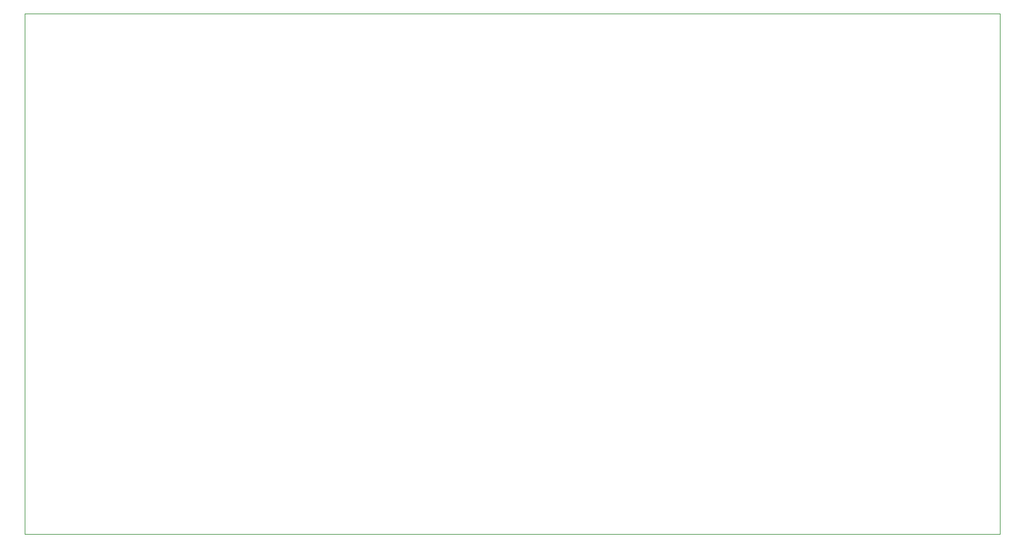
<source format=gbr>
%TF.GenerationSoftware,KiCad,Pcbnew,8.0.8+1*%
%TF.CreationDate,2025-02-28T13:08:23+11:00*%
%TF.ProjectId,mcharger_if,6d636861-7267-4657-925f-69662e6b6963,rev?*%
%TF.SameCoordinates,Original*%
%TF.FileFunction,Profile,NP*%
%FSLAX46Y46*%
G04 Gerber Fmt 4.6, Leading zero omitted, Abs format (unit mm)*
G04 Created by KiCad (PCBNEW 8.0.8+1) date 2025-02-28 13:08:23*
%MOMM*%
%LPD*%
G01*
G04 APERTURE LIST*
%TA.AperFunction,Profile*%
%ADD10C,0.050000*%
%TD*%
G04 APERTURE END LIST*
D10*
X33782000Y-58928000D02*
X167386000Y-58928000D01*
X167386000Y-130302000D01*
X33782000Y-130302000D01*
X33782000Y-58928000D01*
M02*

</source>
